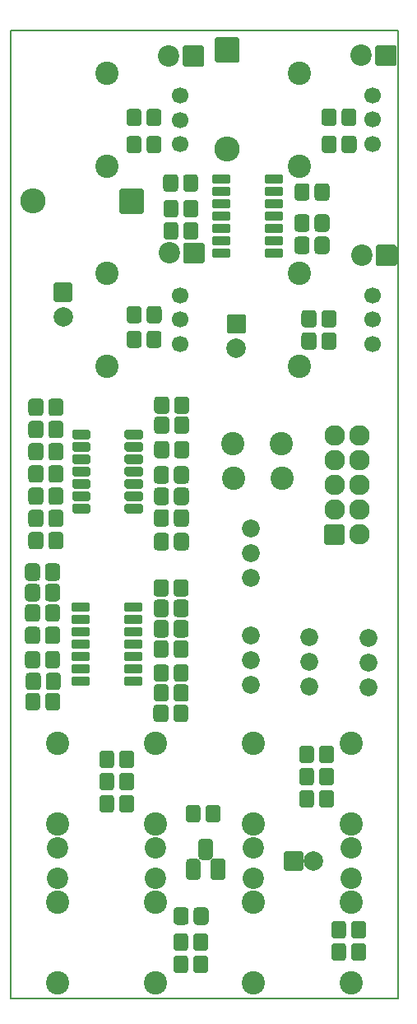
<source format=gbr>
G04 #@! TF.GenerationSoftware,KiCad,Pcbnew,(5.1.9)-1*
G04 #@! TF.CreationDate,2021-03-20T12:47:07+00:00*
G04 #@! TF.ProjectId,board v2,626f6172-6420-4763-922e-6b696361645f,rev?*
G04 #@! TF.SameCoordinates,Original*
G04 #@! TF.FileFunction,Soldermask,Bot*
G04 #@! TF.FilePolarity,Negative*
%FSLAX46Y46*%
G04 Gerber Fmt 4.6, Leading zero omitted, Abs format (unit mm)*
G04 Created by KiCad (PCBNEW (5.1.9)-1) date 2021-03-20 12:47:07*
%MOMM*%
%LPD*%
G01*
G04 APERTURE LIST*
G04 #@! TA.AperFunction,Profile*
%ADD10C,0.150000*%
G04 #@! TD*
%ADD11C,2.200000*%
%ADD12O,2.600000X2.600000*%
%ADD13C,2.400000*%
%ADD14O,2.127200X2.127200*%
%ADD15C,1.700000*%
%ADD16C,1.840000*%
%ADD17C,2.000000*%
G04 APERTURE END LIST*
D10*
X57658000Y-12700000D02*
X17780000Y-12700000D01*
X57658000Y-112268000D02*
X57658000Y-12700000D01*
X17780000Y-112268000D02*
X57658000Y-112268000D01*
X17780000Y-12700000D02*
X17780000Y-112268000D01*
G04 #@! TO.C,U4*
G36*
G01*
X39866000Y-98052000D02*
X39866000Y-99852000D01*
G75*
G02*
X39666000Y-100052000I-200000J0D01*
G01*
X38566000Y-100052000D01*
G75*
G02*
X38366000Y-99852000I0J200000D01*
G01*
X38366000Y-98052000D01*
G75*
G02*
X38566000Y-97852000I200000J0D01*
G01*
X39666000Y-97852000D01*
G75*
G02*
X39866000Y-98052000I0J-200000D01*
G01*
G37*
G36*
G01*
X37326000Y-98227000D02*
X37326000Y-99677000D01*
G75*
G02*
X36951000Y-100052000I-375000J0D01*
G01*
X36201000Y-100052000D01*
G75*
G02*
X35826000Y-99677000I0J375000D01*
G01*
X35826000Y-98227000D01*
G75*
G02*
X36201000Y-97852000I375000J0D01*
G01*
X36951000Y-97852000D01*
G75*
G02*
X37326000Y-98227000I0J-375000D01*
G01*
G37*
G36*
G01*
X38596000Y-96157000D02*
X38596000Y-97607000D01*
G75*
G02*
X38221000Y-97982000I-375000J0D01*
G01*
X37471000Y-97982000D01*
G75*
G02*
X37096000Y-97607000I0J375000D01*
G01*
X37096000Y-96157000D01*
G75*
G02*
X37471000Y-95782000I375000J0D01*
G01*
X38221000Y-95782000D01*
G75*
G02*
X38596000Y-96157000I0J-375000D01*
G01*
G37*
G04 #@! TD*
G04 #@! TO.C,C1*
G36*
G01*
X34040000Y-69436955D02*
X34040000Y-70563045D01*
G75*
G02*
X33703045Y-70900000I-336955J0D01*
G01*
X32826955Y-70900000D01*
G75*
G02*
X32490000Y-70563045I0J336955D01*
G01*
X32490000Y-69436955D01*
G75*
G02*
X32826955Y-69100000I336955J0D01*
G01*
X33703045Y-69100000D01*
G75*
G02*
X34040000Y-69436955I0J-336955D01*
G01*
G37*
G36*
G01*
X36090000Y-69436955D02*
X36090000Y-70563045D01*
G75*
G02*
X35753045Y-70900000I-336955J0D01*
G01*
X34876955Y-70900000D01*
G75*
G02*
X34540000Y-70563045I0J336955D01*
G01*
X34540000Y-69436955D01*
G75*
G02*
X34876955Y-69100000I336955J0D01*
G01*
X35753045Y-69100000D01*
G75*
G02*
X36090000Y-69436955I0J-336955D01*
G01*
G37*
G04 #@! TD*
G04 #@! TO.C,C2*
G36*
G01*
X21310000Y-77943045D02*
X21310000Y-76816955D01*
G75*
G02*
X21646955Y-76480000I336955J0D01*
G01*
X22523045Y-76480000D01*
G75*
G02*
X22860000Y-76816955I0J-336955D01*
G01*
X22860000Y-77943045D01*
G75*
G02*
X22523045Y-78280000I-336955J0D01*
G01*
X21646955Y-78280000D01*
G75*
G02*
X21310000Y-77943045I0J336955D01*
G01*
G37*
G36*
G01*
X19260000Y-77943045D02*
X19260000Y-76816955D01*
G75*
G02*
X19596955Y-76480000I336955J0D01*
G01*
X20473045Y-76480000D01*
G75*
G02*
X20810000Y-76816955I0J-336955D01*
G01*
X20810000Y-77943045D01*
G75*
G02*
X20473045Y-78280000I-336955J0D01*
G01*
X19596955Y-78280000D01*
G75*
G02*
X19260000Y-77943045I0J336955D01*
G01*
G37*
G04 #@! TD*
G04 #@! TO.C,C3*
G36*
G01*
X34104000Y-50638955D02*
X34104000Y-51765045D01*
G75*
G02*
X33767045Y-52102000I-336955J0D01*
G01*
X32890955Y-52102000D01*
G75*
G02*
X32554000Y-51765045I0J336955D01*
G01*
X32554000Y-50638955D01*
G75*
G02*
X32890955Y-50302000I336955J0D01*
G01*
X33767045Y-50302000D01*
G75*
G02*
X34104000Y-50638955I0J-336955D01*
G01*
G37*
G36*
G01*
X36154000Y-50638955D02*
X36154000Y-51765045D01*
G75*
G02*
X35817045Y-52102000I-336955J0D01*
G01*
X34940955Y-52102000D01*
G75*
G02*
X34604000Y-51765045I0J336955D01*
G01*
X34604000Y-50638955D01*
G75*
G02*
X34940955Y-50302000I336955J0D01*
G01*
X35817045Y-50302000D01*
G75*
G02*
X36154000Y-50638955I0J-336955D01*
G01*
G37*
G04 #@! TD*
G04 #@! TO.C,C4*
G36*
G01*
X19600000Y-61123045D02*
X19600000Y-59996955D01*
G75*
G02*
X19936955Y-59660000I336955J0D01*
G01*
X20813045Y-59660000D01*
G75*
G02*
X21150000Y-59996955I0J-336955D01*
G01*
X21150000Y-61123045D01*
G75*
G02*
X20813045Y-61460000I-336955J0D01*
G01*
X19936955Y-61460000D01*
G75*
G02*
X19600000Y-61123045I0J336955D01*
G01*
G37*
G36*
G01*
X21650000Y-61123045D02*
X21650000Y-59996955D01*
G75*
G02*
X21986955Y-59660000I336955J0D01*
G01*
X22863045Y-59660000D01*
G75*
G02*
X23200000Y-59996955I0J-336955D01*
G01*
X23200000Y-61123045D01*
G75*
G02*
X22863045Y-61460000I-336955J0D01*
G01*
X21986955Y-61460000D01*
G75*
G02*
X21650000Y-61123045I0J336955D01*
G01*
G37*
G04 #@! TD*
G04 #@! TO.C,C5*
G36*
G01*
X34050000Y-78186955D02*
X34050000Y-79313045D01*
G75*
G02*
X33713045Y-79650000I-336955J0D01*
G01*
X32836955Y-79650000D01*
G75*
G02*
X32500000Y-79313045I0J336955D01*
G01*
X32500000Y-78186955D01*
G75*
G02*
X32836955Y-77850000I336955J0D01*
G01*
X33713045Y-77850000D01*
G75*
G02*
X34050000Y-78186955I0J-336955D01*
G01*
G37*
G36*
G01*
X36100000Y-78186955D02*
X36100000Y-79313045D01*
G75*
G02*
X35763045Y-79650000I-336955J0D01*
G01*
X34886955Y-79650000D01*
G75*
G02*
X34550000Y-79313045I0J336955D01*
G01*
X34550000Y-78186955D01*
G75*
G02*
X34886955Y-77850000I336955J0D01*
G01*
X35763045Y-77850000D01*
G75*
G02*
X36100000Y-78186955I0J-336955D01*
G01*
G37*
G04 #@! TD*
G04 #@! TO.C,C6*
G36*
G01*
X21307000Y-73138045D02*
X21307000Y-72011955D01*
G75*
G02*
X21643955Y-71675000I336955J0D01*
G01*
X22520045Y-71675000D01*
G75*
G02*
X22857000Y-72011955I0J-336955D01*
G01*
X22857000Y-73138045D01*
G75*
G02*
X22520045Y-73475000I-336955J0D01*
G01*
X21643955Y-73475000D01*
G75*
G02*
X21307000Y-73138045I0J336955D01*
G01*
G37*
G36*
G01*
X19257000Y-73138045D02*
X19257000Y-72011955D01*
G75*
G02*
X19593955Y-71675000I336955J0D01*
G01*
X20470045Y-71675000D01*
G75*
G02*
X20807000Y-72011955I0J-336955D01*
G01*
X20807000Y-73138045D01*
G75*
G02*
X20470045Y-73475000I-336955J0D01*
G01*
X19593955Y-73475000D01*
G75*
G02*
X19257000Y-73138045I0J336955D01*
G01*
G37*
G04 #@! TD*
G04 #@! TO.C,C7*
G36*
G01*
X36129000Y-60011955D02*
X36129000Y-61138045D01*
G75*
G02*
X35792045Y-61475000I-336955J0D01*
G01*
X34915955Y-61475000D01*
G75*
G02*
X34579000Y-61138045I0J336955D01*
G01*
X34579000Y-60011955D01*
G75*
G02*
X34915955Y-59675000I336955J0D01*
G01*
X35792045Y-59675000D01*
G75*
G02*
X36129000Y-60011955I0J-336955D01*
G01*
G37*
G36*
G01*
X34079000Y-60011955D02*
X34079000Y-61138045D01*
G75*
G02*
X33742045Y-61475000I-336955J0D01*
G01*
X32865955Y-61475000D01*
G75*
G02*
X32529000Y-61138045I0J336955D01*
G01*
X32529000Y-60011955D01*
G75*
G02*
X32865955Y-59675000I336955J0D01*
G01*
X33742045Y-59675000D01*
G75*
G02*
X34079000Y-60011955I0J-336955D01*
G01*
G37*
G04 #@! TD*
G04 #@! TO.C,C8*
G36*
G01*
X19600000Y-56551045D02*
X19600000Y-55424955D01*
G75*
G02*
X19936955Y-55088000I336955J0D01*
G01*
X20813045Y-55088000D01*
G75*
G02*
X21150000Y-55424955I0J-336955D01*
G01*
X21150000Y-56551045D01*
G75*
G02*
X20813045Y-56888000I-336955J0D01*
G01*
X19936955Y-56888000D01*
G75*
G02*
X19600000Y-56551045I0J336955D01*
G01*
G37*
G36*
G01*
X21650000Y-56551045D02*
X21650000Y-55424955D01*
G75*
G02*
X21986955Y-55088000I336955J0D01*
G01*
X22863045Y-55088000D01*
G75*
G02*
X23200000Y-55424955I0J-336955D01*
G01*
X23200000Y-56551045D01*
G75*
G02*
X22863045Y-56888000I-336955J0D01*
G01*
X21986955Y-56888000D01*
G75*
G02*
X21650000Y-56551045I0J336955D01*
G01*
G37*
G04 #@! TD*
G04 #@! TO.C,C9*
G36*
G01*
X35556000Y-31551045D02*
X35556000Y-30424955D01*
G75*
G02*
X35892955Y-30088000I336955J0D01*
G01*
X36769045Y-30088000D01*
G75*
G02*
X37106000Y-30424955I0J-336955D01*
G01*
X37106000Y-31551045D01*
G75*
G02*
X36769045Y-31888000I-336955J0D01*
G01*
X35892955Y-31888000D01*
G75*
G02*
X35556000Y-31551045I0J336955D01*
G01*
G37*
G36*
G01*
X33506000Y-31551045D02*
X33506000Y-30424955D01*
G75*
G02*
X33842955Y-30088000I336955J0D01*
G01*
X34719045Y-30088000D01*
G75*
G02*
X35056000Y-30424955I0J-336955D01*
G01*
X35056000Y-31551045D01*
G75*
G02*
X34719045Y-31888000I-336955J0D01*
G01*
X33842955Y-31888000D01*
G75*
G02*
X33506000Y-31551045I0J336955D01*
G01*
G37*
G04 #@! TD*
G04 #@! TO.C,C10*
G36*
G01*
X46993000Y-33038045D02*
X46993000Y-31911955D01*
G75*
G02*
X47329955Y-31575000I336955J0D01*
G01*
X48206045Y-31575000D01*
G75*
G02*
X48543000Y-31911955I0J-336955D01*
G01*
X48543000Y-33038045D01*
G75*
G02*
X48206045Y-33375000I-336955J0D01*
G01*
X47329955Y-33375000D01*
G75*
G02*
X46993000Y-33038045I0J336955D01*
G01*
G37*
G36*
G01*
X49043000Y-33038045D02*
X49043000Y-31911955D01*
G75*
G02*
X49379955Y-31575000I336955J0D01*
G01*
X50256045Y-31575000D01*
G75*
G02*
X50593000Y-31911955I0J-336955D01*
G01*
X50593000Y-33038045D01*
G75*
G02*
X50256045Y-33375000I-336955J0D01*
G01*
X49379955Y-33375000D01*
G75*
G02*
X49043000Y-33038045I0J336955D01*
G01*
G37*
G04 #@! TD*
G04 #@! TO.C,C11*
G36*
G01*
X21307000Y-75438045D02*
X21307000Y-74311955D01*
G75*
G02*
X21643955Y-73975000I336955J0D01*
G01*
X22520045Y-73975000D01*
G75*
G02*
X22857000Y-74311955I0J-336955D01*
G01*
X22857000Y-75438045D01*
G75*
G02*
X22520045Y-75775000I-336955J0D01*
G01*
X21643955Y-75775000D01*
G75*
G02*
X21307000Y-75438045I0J336955D01*
G01*
G37*
G36*
G01*
X19257000Y-75438045D02*
X19257000Y-74311955D01*
G75*
G02*
X19593955Y-73975000I336955J0D01*
G01*
X20470045Y-73975000D01*
G75*
G02*
X20807000Y-74311955I0J-336955D01*
G01*
X20807000Y-75438045D01*
G75*
G02*
X20470045Y-75775000I-336955J0D01*
G01*
X19593955Y-75775000D01*
G75*
G02*
X19257000Y-75438045I0J336955D01*
G01*
G37*
G04 #@! TD*
G04 #@! TO.C,C12*
G36*
G01*
X32499000Y-74763045D02*
X32499000Y-73636955D01*
G75*
G02*
X32835955Y-73300000I336955J0D01*
G01*
X33712045Y-73300000D01*
G75*
G02*
X34049000Y-73636955I0J-336955D01*
G01*
X34049000Y-74763045D01*
G75*
G02*
X33712045Y-75100000I-336955J0D01*
G01*
X32835955Y-75100000D01*
G75*
G02*
X32499000Y-74763045I0J336955D01*
G01*
G37*
G36*
G01*
X34549000Y-74763045D02*
X34549000Y-73636955D01*
G75*
G02*
X34885955Y-73300000I336955J0D01*
G01*
X35762045Y-73300000D01*
G75*
G02*
X36099000Y-73636955I0J-336955D01*
G01*
X36099000Y-74763045D01*
G75*
G02*
X35762045Y-75100000I-336955J0D01*
G01*
X34885955Y-75100000D01*
G75*
G02*
X34549000Y-74763045I0J336955D01*
G01*
G37*
G04 #@! TD*
G04 #@! TO.C,C14*
G36*
G01*
X21650000Y-58837045D02*
X21650000Y-57710955D01*
G75*
G02*
X21986955Y-57374000I336955J0D01*
G01*
X22863045Y-57374000D01*
G75*
G02*
X23200000Y-57710955I0J-336955D01*
G01*
X23200000Y-58837045D01*
G75*
G02*
X22863045Y-59174000I-336955J0D01*
G01*
X21986955Y-59174000D01*
G75*
G02*
X21650000Y-58837045I0J336955D01*
G01*
G37*
G36*
G01*
X19600000Y-58837045D02*
X19600000Y-57710955D01*
G75*
G02*
X19936955Y-57374000I336955J0D01*
G01*
X20813045Y-57374000D01*
G75*
G02*
X21150000Y-57710955I0J-336955D01*
G01*
X21150000Y-58837045D01*
G75*
G02*
X20813045Y-59174000I-336955J0D01*
G01*
X19936955Y-59174000D01*
G75*
G02*
X19600000Y-58837045I0J336955D01*
G01*
G37*
G04 #@! TD*
G04 #@! TO.C,C15*
G36*
G01*
X32554000Y-56337045D02*
X32554000Y-55210955D01*
G75*
G02*
X32890955Y-54874000I336955J0D01*
G01*
X33767045Y-54874000D01*
G75*
G02*
X34104000Y-55210955I0J-336955D01*
G01*
X34104000Y-56337045D01*
G75*
G02*
X33767045Y-56674000I-336955J0D01*
G01*
X32890955Y-56674000D01*
G75*
G02*
X32554000Y-56337045I0J336955D01*
G01*
G37*
G36*
G01*
X34604000Y-56337045D02*
X34604000Y-55210955D01*
G75*
G02*
X34940955Y-54874000I336955J0D01*
G01*
X35817045Y-54874000D01*
G75*
G02*
X36154000Y-55210955I0J-336955D01*
G01*
X36154000Y-56337045D01*
G75*
G02*
X35817045Y-56674000I-336955J0D01*
G01*
X34940955Y-56674000D01*
G75*
G02*
X34604000Y-56337045I0J336955D01*
G01*
G37*
G04 #@! TD*
G04 #@! TO.C,C16*
G36*
G01*
X35792000Y-93781045D02*
X35792000Y-92654955D01*
G75*
G02*
X36128955Y-92318000I336955J0D01*
G01*
X37005045Y-92318000D01*
G75*
G02*
X37342000Y-92654955I0J-336955D01*
G01*
X37342000Y-93781045D01*
G75*
G02*
X37005045Y-94118000I-336955J0D01*
G01*
X36128955Y-94118000D01*
G75*
G02*
X35792000Y-93781045I0J336955D01*
G01*
G37*
G36*
G01*
X37842000Y-93781045D02*
X37842000Y-92654955D01*
G75*
G02*
X38178955Y-92318000I336955J0D01*
G01*
X39055045Y-92318000D01*
G75*
G02*
X39392000Y-92654955I0J-336955D01*
G01*
X39392000Y-93781045D01*
G75*
G02*
X39055045Y-94118000I-336955J0D01*
G01*
X38178955Y-94118000D01*
G75*
G02*
X37842000Y-93781045I0J336955D01*
G01*
G37*
G04 #@! TD*
G04 #@! TO.C,D1*
G36*
G01*
X37700000Y-14400000D02*
X37700000Y-16200000D01*
G75*
G02*
X37500000Y-16400000I-200000J0D01*
G01*
X35700000Y-16400000D01*
G75*
G02*
X35500000Y-16200000I0J200000D01*
G01*
X35500000Y-14400000D01*
G75*
G02*
X35700000Y-14200000I200000J0D01*
G01*
X37500000Y-14200000D01*
G75*
G02*
X37700000Y-14400000I0J-200000D01*
G01*
G37*
D11*
X34060000Y-15300000D03*
G04 #@! TD*
G04 #@! TO.C,D2*
X34090000Y-35560000D03*
G36*
G01*
X37730000Y-34660000D02*
X37730000Y-36460000D01*
G75*
G02*
X37530000Y-36660000I-200000J0D01*
G01*
X35730000Y-36660000D01*
G75*
G02*
X35530000Y-36460000I0J200000D01*
G01*
X35530000Y-34660000D01*
G75*
G02*
X35730000Y-34460000I200000J0D01*
G01*
X37530000Y-34460000D01*
G75*
G02*
X37730000Y-34660000I0J-200000D01*
G01*
G37*
G04 #@! TD*
G04 #@! TO.C,D3*
X53900000Y-35810000D03*
G36*
G01*
X57540000Y-34910000D02*
X57540000Y-36710000D01*
G75*
G02*
X57340000Y-36910000I-200000J0D01*
G01*
X55540000Y-36910000D01*
G75*
G02*
X55340000Y-36710000I0J200000D01*
G01*
X55340000Y-34910000D01*
G75*
G02*
X55540000Y-34710000I200000J0D01*
G01*
X57340000Y-34710000D01*
G75*
G02*
X57540000Y-34910000I0J-200000D01*
G01*
G37*
G04 #@! TD*
G04 #@! TO.C,D4*
X53880000Y-15240000D03*
G36*
G01*
X57520000Y-14340000D02*
X57520000Y-16140000D01*
G75*
G02*
X57320000Y-16340000I-200000J0D01*
G01*
X55520000Y-16340000D01*
G75*
G02*
X55320000Y-16140000I0J200000D01*
G01*
X55320000Y-14340000D01*
G75*
G02*
X55520000Y-14140000I200000J0D01*
G01*
X57320000Y-14140000D01*
G75*
G02*
X57520000Y-14340000I0J-200000D01*
G01*
G37*
G04 #@! TD*
D12*
G04 #@! TO.C,D5*
X20066000Y-30226000D03*
G36*
G01*
X31526000Y-29126000D02*
X31526000Y-31326000D01*
G75*
G02*
X31326000Y-31526000I-200000J0D01*
G01*
X29126000Y-31526000D01*
G75*
G02*
X28926000Y-31326000I0J200000D01*
G01*
X28926000Y-29126000D01*
G75*
G02*
X29126000Y-28926000I200000J0D01*
G01*
X31326000Y-28926000D01*
G75*
G02*
X31526000Y-29126000I0J-200000D01*
G01*
G37*
G04 #@! TD*
G04 #@! TO.C,D6*
G36*
G01*
X38960000Y-13350000D02*
X41160000Y-13350000D01*
G75*
G02*
X41360000Y-13550000I0J-200000D01*
G01*
X41360000Y-15750000D01*
G75*
G02*
X41160000Y-15950000I-200000J0D01*
G01*
X38960000Y-15950000D01*
G75*
G02*
X38760000Y-15750000I0J200000D01*
G01*
X38760000Y-13550000D01*
G75*
G02*
X38960000Y-13350000I200000J0D01*
G01*
G37*
X40060000Y-24810000D03*
G04 #@! TD*
D13*
G04 #@! TO.C,F1*
X45600000Y-55200000D03*
X40600000Y-55200000D03*
G04 #@! TD*
G04 #@! TO.C,F2*
X45700000Y-58700000D03*
X40700000Y-58700000D03*
G04 #@! TD*
G04 #@! TO.C,J1*
X42756666Y-86012000D03*
D11*
X42756666Y-96732000D03*
D13*
X42756666Y-94312000D03*
G04 #@! TD*
G04 #@! TO.C,J2*
X22606000Y-94312000D03*
D11*
X22606000Y-96732000D03*
D13*
X22606000Y-86012000D03*
G04 #@! TD*
G04 #@! TO.C,J3*
X22606000Y-110584000D03*
D11*
X22606000Y-99864000D03*
D13*
X22606000Y-102284000D03*
G04 #@! TD*
G04 #@! TO.C,J4*
X42756666Y-102284000D03*
D11*
X42756666Y-99864000D03*
D13*
X42756666Y-110584000D03*
G04 #@! TD*
G04 #@! TO.C,J5*
X32681333Y-94312000D03*
D11*
X32681333Y-96732000D03*
D13*
X32681333Y-86012000D03*
G04 #@! TD*
G04 #@! TO.C,J6*
X52832000Y-86012000D03*
D11*
X52832000Y-96732000D03*
D13*
X52832000Y-94312000D03*
G04 #@! TD*
G04 #@! TO.C,J7*
X32681333Y-102284000D03*
D11*
X32681333Y-99864000D03*
D13*
X32681333Y-110584000D03*
G04 #@! TD*
G04 #@! TO.C,J8*
X52832000Y-110584000D03*
D11*
X52832000Y-99864000D03*
D13*
X52832000Y-102284000D03*
G04 #@! TD*
G04 #@! TO.C,J9*
G36*
G01*
X50036400Y-65363600D02*
X50036400Y-63636400D01*
G75*
G02*
X50236400Y-63436400I200000J0D01*
G01*
X51963600Y-63436400D01*
G75*
G02*
X52163600Y-63636400I0J-200000D01*
G01*
X52163600Y-65363600D01*
G75*
G02*
X51963600Y-65563600I-200000J0D01*
G01*
X50236400Y-65563600D01*
G75*
G02*
X50036400Y-65363600I0J200000D01*
G01*
G37*
D14*
X53640000Y-64500000D03*
X51100000Y-61960000D03*
X53640000Y-61960000D03*
X51100000Y-59420000D03*
X53640000Y-59420000D03*
X51100000Y-56880000D03*
X53640000Y-56880000D03*
X51100000Y-54340000D03*
X53640000Y-54340000D03*
G04 #@! TD*
G04 #@! TO.C,R1*
G36*
G01*
X35025000Y-27786955D02*
X35025000Y-28913045D01*
G75*
G02*
X34688045Y-29250000I-336955J0D01*
G01*
X33811955Y-29250000D01*
G75*
G02*
X33475000Y-28913045I0J336955D01*
G01*
X33475000Y-27786955D01*
G75*
G02*
X33811955Y-27450000I336955J0D01*
G01*
X34688045Y-27450000D01*
G75*
G02*
X35025000Y-27786955I0J-336955D01*
G01*
G37*
G36*
G01*
X37075000Y-27786955D02*
X37075000Y-28913045D01*
G75*
G02*
X36738045Y-29250000I-336955J0D01*
G01*
X35861955Y-29250000D01*
G75*
G02*
X35525000Y-28913045I0J336955D01*
G01*
X35525000Y-27786955D01*
G75*
G02*
X35861955Y-27450000I336955J0D01*
G01*
X36738045Y-27450000D01*
G75*
G02*
X37075000Y-27786955I0J-336955D01*
G01*
G37*
G04 #@! TD*
G04 #@! TO.C,R2*
G36*
G01*
X28952000Y-88193045D02*
X28952000Y-87066955D01*
G75*
G02*
X29288955Y-86730000I336955J0D01*
G01*
X30165045Y-86730000D01*
G75*
G02*
X30502000Y-87066955I0J-336955D01*
G01*
X30502000Y-88193045D01*
G75*
G02*
X30165045Y-88530000I-336955J0D01*
G01*
X29288955Y-88530000D01*
G75*
G02*
X28952000Y-88193045I0J336955D01*
G01*
G37*
G36*
G01*
X26902000Y-88193045D02*
X26902000Y-87066955D01*
G75*
G02*
X27238955Y-86730000I336955J0D01*
G01*
X28115045Y-86730000D01*
G75*
G02*
X28452000Y-87066955I0J-336955D01*
G01*
X28452000Y-88193045D01*
G75*
G02*
X28115045Y-88530000I-336955J0D01*
G01*
X27238955Y-88530000D01*
G75*
G02*
X26902000Y-88193045I0J336955D01*
G01*
G37*
G04 #@! TD*
G04 #@! TO.C,R3*
G36*
G01*
X35056000Y-32710955D02*
X35056000Y-33837045D01*
G75*
G02*
X34719045Y-34174000I-336955J0D01*
G01*
X33842955Y-34174000D01*
G75*
G02*
X33506000Y-33837045I0J336955D01*
G01*
X33506000Y-32710955D01*
G75*
G02*
X33842955Y-32374000I336955J0D01*
G01*
X34719045Y-32374000D01*
G75*
G02*
X35056000Y-32710955I0J-336955D01*
G01*
G37*
G36*
G01*
X37106000Y-32710955D02*
X37106000Y-33837045D01*
G75*
G02*
X36769045Y-34174000I-336955J0D01*
G01*
X35892955Y-34174000D01*
G75*
G02*
X35556000Y-33837045I0J336955D01*
G01*
X35556000Y-32710955D01*
G75*
G02*
X35892955Y-32374000I336955J0D01*
G01*
X36769045Y-32374000D01*
G75*
G02*
X37106000Y-32710955I0J-336955D01*
G01*
G37*
G04 #@! TD*
G04 #@! TO.C,R4*
G36*
G01*
X36572000Y-109275045D02*
X36572000Y-108148955D01*
G75*
G02*
X36908955Y-107812000I336955J0D01*
G01*
X37785045Y-107812000D01*
G75*
G02*
X38122000Y-108148955I0J-336955D01*
G01*
X38122000Y-109275045D01*
G75*
G02*
X37785045Y-109612000I-336955J0D01*
G01*
X36908955Y-109612000D01*
G75*
G02*
X36572000Y-109275045I0J336955D01*
G01*
G37*
G36*
G01*
X34522000Y-109275045D02*
X34522000Y-108148955D01*
G75*
G02*
X34858955Y-107812000I336955J0D01*
G01*
X35735045Y-107812000D01*
G75*
G02*
X36072000Y-108148955I0J-336955D01*
G01*
X36072000Y-109275045D01*
G75*
G02*
X35735045Y-109612000I-336955J0D01*
G01*
X34858955Y-109612000D01*
G75*
G02*
X34522000Y-109275045I0J336955D01*
G01*
G37*
G04 #@! TD*
G04 #@! TO.C,R5*
G36*
G01*
X29703832Y-24961422D02*
X29703832Y-23835332D01*
G75*
G02*
X30040787Y-23498377I336955J0D01*
G01*
X30916877Y-23498377D01*
G75*
G02*
X31253832Y-23835332I0J-336955D01*
G01*
X31253832Y-24961422D01*
G75*
G02*
X30916877Y-25298377I-336955J0D01*
G01*
X30040787Y-25298377D01*
G75*
G02*
X29703832Y-24961422I0J336955D01*
G01*
G37*
G36*
G01*
X31753832Y-24961422D02*
X31753832Y-23835332D01*
G75*
G02*
X32090787Y-23498377I336955J0D01*
G01*
X32966877Y-23498377D01*
G75*
G02*
X33303832Y-23835332I0J-336955D01*
G01*
X33303832Y-24961422D01*
G75*
G02*
X32966877Y-25298377I-336955J0D01*
G01*
X32090787Y-25298377D01*
G75*
G02*
X31753832Y-24961422I0J336955D01*
G01*
G37*
G04 #@! TD*
G04 #@! TO.C,R6*
G36*
G01*
X51834223Y-24940364D02*
X51834223Y-23814274D01*
G75*
G02*
X52171178Y-23477319I336955J0D01*
G01*
X53047268Y-23477319D01*
G75*
G02*
X53384223Y-23814274I0J-336955D01*
G01*
X53384223Y-24940364D01*
G75*
G02*
X53047268Y-25277319I-336955J0D01*
G01*
X52171178Y-25277319D01*
G75*
G02*
X51834223Y-24940364I0J336955D01*
G01*
G37*
G36*
G01*
X49784223Y-24940364D02*
X49784223Y-23814274D01*
G75*
G02*
X50121178Y-23477319I336955J0D01*
G01*
X50997268Y-23477319D01*
G75*
G02*
X51334223Y-23814274I0J-336955D01*
G01*
X51334223Y-24940364D01*
G75*
G02*
X50997268Y-25277319I-336955J0D01*
G01*
X50121178Y-25277319D01*
G75*
G02*
X49784223Y-24940364I0J336955D01*
G01*
G37*
G04 #@! TD*
G04 #@! TO.C,R7*
G36*
G01*
X28952000Y-92765045D02*
X28952000Y-91638955D01*
G75*
G02*
X29288955Y-91302000I336955J0D01*
G01*
X30165045Y-91302000D01*
G75*
G02*
X30502000Y-91638955I0J-336955D01*
G01*
X30502000Y-92765045D01*
G75*
G02*
X30165045Y-93102000I-336955J0D01*
G01*
X29288955Y-93102000D01*
G75*
G02*
X28952000Y-92765045I0J336955D01*
G01*
G37*
G36*
G01*
X26902000Y-92765045D02*
X26902000Y-91638955D01*
G75*
G02*
X27238955Y-91302000I336955J0D01*
G01*
X28115045Y-91302000D01*
G75*
G02*
X28452000Y-91638955I0J-336955D01*
G01*
X28452000Y-92765045D01*
G75*
G02*
X28115045Y-93102000I-336955J0D01*
G01*
X27238955Y-93102000D01*
G75*
G02*
X26902000Y-92765045I0J336955D01*
G01*
G37*
G04 #@! TD*
G04 #@! TO.C,R8*
G36*
G01*
X31760078Y-44994749D02*
X31760078Y-43868659D01*
G75*
G02*
X32097033Y-43531704I336955J0D01*
G01*
X32973123Y-43531704D01*
G75*
G02*
X33310078Y-43868659I0J-336955D01*
G01*
X33310078Y-44994749D01*
G75*
G02*
X32973123Y-45331704I-336955J0D01*
G01*
X32097033Y-45331704D01*
G75*
G02*
X31760078Y-44994749I0J336955D01*
G01*
G37*
G36*
G01*
X29710078Y-44994749D02*
X29710078Y-43868659D01*
G75*
G02*
X30047033Y-43531704I336955J0D01*
G01*
X30923123Y-43531704D01*
G75*
G02*
X31260078Y-43868659I0J-336955D01*
G01*
X31260078Y-44994749D01*
G75*
G02*
X30923123Y-45331704I-336955J0D01*
G01*
X30047033Y-45331704D01*
G75*
G02*
X29710078Y-44994749I0J336955D01*
G01*
G37*
G04 #@! TD*
G04 #@! TO.C,R9*
G36*
G01*
X47476000Y-92257045D02*
X47476000Y-91130955D01*
G75*
G02*
X47812955Y-90794000I336955J0D01*
G01*
X48689045Y-90794000D01*
G75*
G02*
X49026000Y-91130955I0J-336955D01*
G01*
X49026000Y-92257045D01*
G75*
G02*
X48689045Y-92594000I-336955J0D01*
G01*
X47812955Y-92594000D01*
G75*
G02*
X47476000Y-92257045I0J336955D01*
G01*
G37*
G36*
G01*
X49526000Y-92257045D02*
X49526000Y-91130955D01*
G75*
G02*
X49862955Y-90794000I336955J0D01*
G01*
X50739045Y-90794000D01*
G75*
G02*
X51076000Y-91130955I0J-336955D01*
G01*
X51076000Y-92257045D01*
G75*
G02*
X50739045Y-92594000I-336955J0D01*
G01*
X49862955Y-92594000D01*
G75*
G02*
X49526000Y-92257045I0J336955D01*
G01*
G37*
G04 #@! TD*
G04 #@! TO.C,R10*
G36*
G01*
X49761000Y-45160045D02*
X49761000Y-44033955D01*
G75*
G02*
X50097955Y-43697000I336955J0D01*
G01*
X50974045Y-43697000D01*
G75*
G02*
X51311000Y-44033955I0J-336955D01*
G01*
X51311000Y-45160045D01*
G75*
G02*
X50974045Y-45497000I-336955J0D01*
G01*
X50097955Y-45497000D01*
G75*
G02*
X49761000Y-45160045I0J336955D01*
G01*
G37*
G36*
G01*
X47711000Y-45160045D02*
X47711000Y-44033955D01*
G75*
G02*
X48047955Y-43697000I336955J0D01*
G01*
X48924045Y-43697000D01*
G75*
G02*
X49261000Y-44033955I0J-336955D01*
G01*
X49261000Y-45160045D01*
G75*
G02*
X48924045Y-45497000I-336955J0D01*
G01*
X48047955Y-45497000D01*
G75*
G02*
X47711000Y-45160045I0J336955D01*
G01*
G37*
G04 #@! TD*
G04 #@! TO.C,R11*
G36*
G01*
X38150000Y-103186955D02*
X38150000Y-104313045D01*
G75*
G02*
X37813045Y-104650000I-336955J0D01*
G01*
X36936955Y-104650000D01*
G75*
G02*
X36600000Y-104313045I0J336955D01*
G01*
X36600000Y-103186955D01*
G75*
G02*
X36936955Y-102850000I336955J0D01*
G01*
X37813045Y-102850000D01*
G75*
G02*
X38150000Y-103186955I0J-336955D01*
G01*
G37*
G36*
G01*
X36100000Y-103186955D02*
X36100000Y-104313045D01*
G75*
G02*
X35763045Y-104650000I-336955J0D01*
G01*
X34886955Y-104650000D01*
G75*
G02*
X34550000Y-104313045I0J336955D01*
G01*
X34550000Y-103186955D01*
G75*
G02*
X34886955Y-102850000I336955J0D01*
G01*
X35763045Y-102850000D01*
G75*
G02*
X36100000Y-103186955I0J-336955D01*
G01*
G37*
G04 #@! TD*
G04 #@! TO.C,R12*
G36*
G01*
X30502000Y-89352955D02*
X30502000Y-90479045D01*
G75*
G02*
X30165045Y-90816000I-336955J0D01*
G01*
X29288955Y-90816000D01*
G75*
G02*
X28952000Y-90479045I0J336955D01*
G01*
X28952000Y-89352955D01*
G75*
G02*
X29288955Y-89016000I336955J0D01*
G01*
X30165045Y-89016000D01*
G75*
G02*
X30502000Y-89352955I0J-336955D01*
G01*
G37*
G36*
G01*
X28452000Y-89352955D02*
X28452000Y-90479045D01*
G75*
G02*
X28115045Y-90816000I-336955J0D01*
G01*
X27238955Y-90816000D01*
G75*
G02*
X26902000Y-90479045I0J336955D01*
G01*
X26902000Y-89352955D01*
G75*
G02*
X27238955Y-89016000I336955J0D01*
G01*
X28115045Y-89016000D01*
G75*
G02*
X28452000Y-89352955I0J-336955D01*
G01*
G37*
G04 #@! TD*
G04 #@! TO.C,R13*
G36*
G01*
X38122000Y-105862955D02*
X38122000Y-106989045D01*
G75*
G02*
X37785045Y-107326000I-336955J0D01*
G01*
X36908955Y-107326000D01*
G75*
G02*
X36572000Y-106989045I0J336955D01*
G01*
X36572000Y-105862955D01*
G75*
G02*
X36908955Y-105526000I336955J0D01*
G01*
X37785045Y-105526000D01*
G75*
G02*
X38122000Y-105862955I0J-336955D01*
G01*
G37*
G36*
G01*
X36072000Y-105862955D02*
X36072000Y-106989045D01*
G75*
G02*
X35735045Y-107326000I-336955J0D01*
G01*
X34858955Y-107326000D01*
G75*
G02*
X34522000Y-106989045I0J336955D01*
G01*
X34522000Y-105862955D01*
G75*
G02*
X34858955Y-105526000I336955J0D01*
G01*
X35735045Y-105526000D01*
G75*
G02*
X36072000Y-105862955I0J-336955D01*
G01*
G37*
G04 #@! TD*
G04 #@! TO.C,R14*
G36*
G01*
X36100000Y-71536955D02*
X36100000Y-72663045D01*
G75*
G02*
X35763045Y-73000000I-336955J0D01*
G01*
X34886955Y-73000000D01*
G75*
G02*
X34550000Y-72663045I0J336955D01*
G01*
X34550000Y-71536955D01*
G75*
G02*
X34886955Y-71200000I336955J0D01*
G01*
X35763045Y-71200000D01*
G75*
G02*
X36100000Y-71536955I0J-336955D01*
G01*
G37*
G36*
G01*
X34050000Y-71536955D02*
X34050000Y-72663045D01*
G75*
G02*
X33713045Y-73000000I-336955J0D01*
G01*
X32836955Y-73000000D01*
G75*
G02*
X32500000Y-72663045I0J336955D01*
G01*
X32500000Y-71536955D01*
G75*
G02*
X32836955Y-71200000I336955J0D01*
G01*
X33713045Y-71200000D01*
G75*
G02*
X34050000Y-71536955I0J-336955D01*
G01*
G37*
G04 #@! TD*
G04 #@! TO.C,R15*
G36*
G01*
X19340000Y-80173045D02*
X19340000Y-79046955D01*
G75*
G02*
X19676955Y-78710000I336955J0D01*
G01*
X20553045Y-78710000D01*
G75*
G02*
X20890000Y-79046955I0J-336955D01*
G01*
X20890000Y-80173045D01*
G75*
G02*
X20553045Y-80510000I-336955J0D01*
G01*
X19676955Y-80510000D01*
G75*
G02*
X19340000Y-80173045I0J336955D01*
G01*
G37*
G36*
G01*
X21390000Y-80173045D02*
X21390000Y-79046955D01*
G75*
G02*
X21726955Y-78710000I336955J0D01*
G01*
X22603045Y-78710000D01*
G75*
G02*
X22940000Y-79046955I0J-336955D01*
G01*
X22940000Y-80173045D01*
G75*
G02*
X22603045Y-80510000I-336955J0D01*
G01*
X21726955Y-80510000D01*
G75*
G02*
X21390000Y-80173045I0J336955D01*
G01*
G37*
G04 #@! TD*
G04 #@! TO.C,R16*
G36*
G01*
X34100000Y-52686955D02*
X34100000Y-53813045D01*
G75*
G02*
X33763045Y-54150000I-336955J0D01*
G01*
X32886955Y-54150000D01*
G75*
G02*
X32550000Y-53813045I0J336955D01*
G01*
X32550000Y-52686955D01*
G75*
G02*
X32886955Y-52350000I336955J0D01*
G01*
X33763045Y-52350000D01*
G75*
G02*
X34100000Y-52686955I0J-336955D01*
G01*
G37*
G36*
G01*
X36150000Y-52686955D02*
X36150000Y-53813045D01*
G75*
G02*
X35813045Y-54150000I-336955J0D01*
G01*
X34936955Y-54150000D01*
G75*
G02*
X34600000Y-53813045I0J336955D01*
G01*
X34600000Y-52686955D01*
G75*
G02*
X34936955Y-52350000I336955J0D01*
G01*
X35813045Y-52350000D01*
G75*
G02*
X36150000Y-52686955I0J-336955D01*
G01*
G37*
G04 #@! TD*
G04 #@! TO.C,R17*
G36*
G01*
X19600000Y-63409045D02*
X19600000Y-62282955D01*
G75*
G02*
X19936955Y-61946000I336955J0D01*
G01*
X20813045Y-61946000D01*
G75*
G02*
X21150000Y-62282955I0J-336955D01*
G01*
X21150000Y-63409045D01*
G75*
G02*
X20813045Y-63746000I-336955J0D01*
G01*
X19936955Y-63746000D01*
G75*
G02*
X19600000Y-63409045I0J336955D01*
G01*
G37*
G36*
G01*
X21650000Y-63409045D02*
X21650000Y-62282955D01*
G75*
G02*
X21986955Y-61946000I336955J0D01*
G01*
X22863045Y-61946000D01*
G75*
G02*
X23200000Y-62282955I0J-336955D01*
G01*
X23200000Y-63409045D01*
G75*
G02*
X22863045Y-63746000I-336955J0D01*
G01*
X21986955Y-63746000D01*
G75*
G02*
X21650000Y-63409045I0J336955D01*
G01*
G37*
G04 #@! TD*
G04 #@! TO.C,R18*
G36*
G01*
X46993000Y-35324045D02*
X46993000Y-34197955D01*
G75*
G02*
X47329955Y-33861000I336955J0D01*
G01*
X48206045Y-33861000D01*
G75*
G02*
X48543000Y-34197955I0J-336955D01*
G01*
X48543000Y-35324045D01*
G75*
G02*
X48206045Y-35661000I-336955J0D01*
G01*
X47329955Y-35661000D01*
G75*
G02*
X46993000Y-35324045I0J336955D01*
G01*
G37*
G36*
G01*
X49043000Y-35324045D02*
X49043000Y-34197955D01*
G75*
G02*
X49379955Y-33861000I336955J0D01*
G01*
X50256045Y-33861000D01*
G75*
G02*
X50593000Y-34197955I0J-336955D01*
G01*
X50593000Y-35324045D01*
G75*
G02*
X50256045Y-35661000I-336955J0D01*
G01*
X49379955Y-35661000D01*
G75*
G02*
X49043000Y-35324045I0J336955D01*
G01*
G37*
G04 #@! TD*
G04 #@! TO.C,R19*
G36*
G01*
X50778000Y-108005045D02*
X50778000Y-106878955D01*
G75*
G02*
X51114955Y-106542000I336955J0D01*
G01*
X51991045Y-106542000D01*
G75*
G02*
X52328000Y-106878955I0J-336955D01*
G01*
X52328000Y-108005045D01*
G75*
G02*
X51991045Y-108342000I-336955J0D01*
G01*
X51114955Y-108342000D01*
G75*
G02*
X50778000Y-108005045I0J336955D01*
G01*
G37*
G36*
G01*
X52828000Y-108005045D02*
X52828000Y-106878955D01*
G75*
G02*
X53164955Y-106542000I336955J0D01*
G01*
X54041045Y-106542000D01*
G75*
G02*
X54378000Y-106878955I0J-336955D01*
G01*
X54378000Y-108005045D01*
G75*
G02*
X54041045Y-108342000I-336955J0D01*
G01*
X53164955Y-108342000D01*
G75*
G02*
X52828000Y-108005045I0J336955D01*
G01*
G37*
G04 #@! TD*
G04 #@! TO.C,R20*
G36*
G01*
X47000000Y-29838045D02*
X47000000Y-28711955D01*
G75*
G02*
X47336955Y-28375000I336955J0D01*
G01*
X48213045Y-28375000D01*
G75*
G02*
X48550000Y-28711955I0J-336955D01*
G01*
X48550000Y-29838045D01*
G75*
G02*
X48213045Y-30175000I-336955J0D01*
G01*
X47336955Y-30175000D01*
G75*
G02*
X47000000Y-29838045I0J336955D01*
G01*
G37*
G36*
G01*
X49050000Y-29838045D02*
X49050000Y-28711955D01*
G75*
G02*
X49386955Y-28375000I336955J0D01*
G01*
X50263045Y-28375000D01*
G75*
G02*
X50600000Y-28711955I0J-336955D01*
G01*
X50600000Y-29838045D01*
G75*
G02*
X50263045Y-30175000I-336955J0D01*
G01*
X49386955Y-30175000D01*
G75*
G02*
X49050000Y-29838045I0J336955D01*
G01*
G37*
G04 #@! TD*
G04 #@! TO.C,R21*
G36*
G01*
X51067000Y-86558955D02*
X51067000Y-87685045D01*
G75*
G02*
X50730045Y-88022000I-336955J0D01*
G01*
X49853955Y-88022000D01*
G75*
G02*
X49517000Y-87685045I0J336955D01*
G01*
X49517000Y-86558955D01*
G75*
G02*
X49853955Y-86222000I336955J0D01*
G01*
X50730045Y-86222000D01*
G75*
G02*
X51067000Y-86558955I0J-336955D01*
G01*
G37*
G36*
G01*
X49017000Y-86558955D02*
X49017000Y-87685045D01*
G75*
G02*
X48680045Y-88022000I-336955J0D01*
G01*
X47803955Y-88022000D01*
G75*
G02*
X47467000Y-87685045I0J336955D01*
G01*
X47467000Y-86558955D01*
G75*
G02*
X47803955Y-86222000I336955J0D01*
G01*
X48680045Y-86222000D01*
G75*
G02*
X49017000Y-86558955I0J-336955D01*
G01*
G37*
G04 #@! TD*
G04 #@! TO.C,R22*
G36*
G01*
X29694832Y-22167422D02*
X29694832Y-21041332D01*
G75*
G02*
X30031787Y-20704377I336955J0D01*
G01*
X30907877Y-20704377D01*
G75*
G02*
X31244832Y-21041332I0J-336955D01*
G01*
X31244832Y-22167422D01*
G75*
G02*
X30907877Y-22504377I-336955J0D01*
G01*
X30031787Y-22504377D01*
G75*
G02*
X29694832Y-22167422I0J336955D01*
G01*
G37*
G36*
G01*
X31744832Y-22167422D02*
X31744832Y-21041332D01*
G75*
G02*
X32081787Y-20704377I336955J0D01*
G01*
X32957877Y-20704377D01*
G75*
G02*
X33294832Y-21041332I0J-336955D01*
G01*
X33294832Y-22167422D01*
G75*
G02*
X32957877Y-22504377I-336955J0D01*
G01*
X32081787Y-22504377D01*
G75*
G02*
X31744832Y-22167422I0J336955D01*
G01*
G37*
G04 #@! TD*
G04 #@! TO.C,R23*
G36*
G01*
X34540000Y-76845045D02*
X34540000Y-75718955D01*
G75*
G02*
X34876955Y-75382000I336955J0D01*
G01*
X35753045Y-75382000D01*
G75*
G02*
X36090000Y-75718955I0J-336955D01*
G01*
X36090000Y-76845045D01*
G75*
G02*
X35753045Y-77182000I-336955J0D01*
G01*
X34876955Y-77182000D01*
G75*
G02*
X34540000Y-76845045I0J336955D01*
G01*
G37*
G36*
G01*
X32490000Y-76845045D02*
X32490000Y-75718955D01*
G75*
G02*
X32826955Y-75382000I336955J0D01*
G01*
X33703045Y-75382000D01*
G75*
G02*
X34040000Y-75718955I0J-336955D01*
G01*
X34040000Y-76845045D01*
G75*
G02*
X33703045Y-77182000I-336955J0D01*
G01*
X32826955Y-77182000D01*
G75*
G02*
X32490000Y-76845045I0J336955D01*
G01*
G37*
G04 #@! TD*
G04 #@! TO.C,R24*
G36*
G01*
X49775223Y-22146364D02*
X49775223Y-21020274D01*
G75*
G02*
X50112178Y-20683319I336955J0D01*
G01*
X50988268Y-20683319D01*
G75*
G02*
X51325223Y-21020274I0J-336955D01*
G01*
X51325223Y-22146364D01*
G75*
G02*
X50988268Y-22483319I-336955J0D01*
G01*
X50112178Y-22483319D01*
G75*
G02*
X49775223Y-22146364I0J336955D01*
G01*
G37*
G36*
G01*
X51825223Y-22146364D02*
X51825223Y-21020274D01*
G75*
G02*
X52162178Y-20683319I336955J0D01*
G01*
X53038268Y-20683319D01*
G75*
G02*
X53375223Y-21020274I0J-336955D01*
G01*
X53375223Y-22146364D01*
G75*
G02*
X53038268Y-22483319I-336955J0D01*
G01*
X52162178Y-22483319D01*
G75*
G02*
X51825223Y-22146364I0J336955D01*
G01*
G37*
G04 #@! TD*
G04 #@! TO.C,R25*
G36*
G01*
X19282000Y-82263045D02*
X19282000Y-81136955D01*
G75*
G02*
X19618955Y-80800000I336955J0D01*
G01*
X20495045Y-80800000D01*
G75*
G02*
X20832000Y-81136955I0J-336955D01*
G01*
X20832000Y-82263045D01*
G75*
G02*
X20495045Y-82600000I-336955J0D01*
G01*
X19618955Y-82600000D01*
G75*
G02*
X19282000Y-82263045I0J336955D01*
G01*
G37*
G36*
G01*
X21332000Y-82263045D02*
X21332000Y-81136955D01*
G75*
G02*
X21668955Y-80800000I336955J0D01*
G01*
X22545045Y-80800000D01*
G75*
G02*
X22882000Y-81136955I0J-336955D01*
G01*
X22882000Y-82263045D01*
G75*
G02*
X22545045Y-82600000I-336955J0D01*
G01*
X21668955Y-82600000D01*
G75*
G02*
X21332000Y-82263045I0J336955D01*
G01*
G37*
G04 #@! TD*
G04 #@! TO.C,R26*
G36*
G01*
X31769078Y-42454749D02*
X31769078Y-41328659D01*
G75*
G02*
X32106033Y-40991704I336955J0D01*
G01*
X32982123Y-40991704D01*
G75*
G02*
X33319078Y-41328659I0J-336955D01*
G01*
X33319078Y-42454749D01*
G75*
G02*
X32982123Y-42791704I-336955J0D01*
G01*
X32106033Y-42791704D01*
G75*
G02*
X31769078Y-42454749I0J336955D01*
G01*
G37*
G36*
G01*
X29719078Y-42454749D02*
X29719078Y-41328659D01*
G75*
G02*
X30056033Y-40991704I336955J0D01*
G01*
X30932123Y-40991704D01*
G75*
G02*
X31269078Y-41328659I0J-336955D01*
G01*
X31269078Y-42454749D01*
G75*
G02*
X30932123Y-42791704I-336955J0D01*
G01*
X30056033Y-42791704D01*
G75*
G02*
X29719078Y-42454749I0J336955D01*
G01*
G37*
G04 #@! TD*
G04 #@! TO.C,R27*
G36*
G01*
X32529000Y-58948045D02*
X32529000Y-57821955D01*
G75*
G02*
X32865955Y-57485000I336955J0D01*
G01*
X33742045Y-57485000D01*
G75*
G02*
X34079000Y-57821955I0J-336955D01*
G01*
X34079000Y-58948045D01*
G75*
G02*
X33742045Y-59285000I-336955J0D01*
G01*
X32865955Y-59285000D01*
G75*
G02*
X32529000Y-58948045I0J336955D01*
G01*
G37*
G36*
G01*
X34579000Y-58948045D02*
X34579000Y-57821955D01*
G75*
G02*
X34915955Y-57485000I336955J0D01*
G01*
X35792045Y-57485000D01*
G75*
G02*
X36129000Y-57821955I0J-336955D01*
G01*
X36129000Y-58948045D01*
G75*
G02*
X35792045Y-59285000I-336955J0D01*
G01*
X34915955Y-59285000D01*
G75*
G02*
X34579000Y-58948045I0J336955D01*
G01*
G37*
G04 #@! TD*
G04 #@! TO.C,R28*
G36*
G01*
X47711000Y-42874045D02*
X47711000Y-41747955D01*
G75*
G02*
X48047955Y-41411000I336955J0D01*
G01*
X48924045Y-41411000D01*
G75*
G02*
X49261000Y-41747955I0J-336955D01*
G01*
X49261000Y-42874045D01*
G75*
G02*
X48924045Y-43211000I-336955J0D01*
G01*
X48047955Y-43211000D01*
G75*
G02*
X47711000Y-42874045I0J336955D01*
G01*
G37*
G36*
G01*
X49761000Y-42874045D02*
X49761000Y-41747955D01*
G75*
G02*
X50097955Y-41411000I336955J0D01*
G01*
X50974045Y-41411000D01*
G75*
G02*
X51311000Y-41747955I0J-336955D01*
G01*
X51311000Y-42874045D01*
G75*
G02*
X50974045Y-43211000I-336955J0D01*
G01*
X50097955Y-43211000D01*
G75*
G02*
X49761000Y-42874045I0J336955D01*
G01*
G37*
G04 #@! TD*
G04 #@! TO.C,R29*
G36*
G01*
X21650000Y-65695045D02*
X21650000Y-64568955D01*
G75*
G02*
X21986955Y-64232000I336955J0D01*
G01*
X22863045Y-64232000D01*
G75*
G02*
X23200000Y-64568955I0J-336955D01*
G01*
X23200000Y-65695045D01*
G75*
G02*
X22863045Y-66032000I-336955J0D01*
G01*
X21986955Y-66032000D01*
G75*
G02*
X21650000Y-65695045I0J336955D01*
G01*
G37*
G36*
G01*
X19600000Y-65695045D02*
X19600000Y-64568955D01*
G75*
G02*
X19936955Y-64232000I336955J0D01*
G01*
X20813045Y-64232000D01*
G75*
G02*
X21150000Y-64568955I0J-336955D01*
G01*
X21150000Y-65695045D01*
G75*
G02*
X20813045Y-66032000I-336955J0D01*
G01*
X19936955Y-66032000D01*
G75*
G02*
X19600000Y-65695045I0J336955D01*
G01*
G37*
G04 #@! TD*
G04 #@! TO.C,R30*
G36*
G01*
X52328000Y-104592955D02*
X52328000Y-105719045D01*
G75*
G02*
X51991045Y-106056000I-336955J0D01*
G01*
X51114955Y-106056000D01*
G75*
G02*
X50778000Y-105719045I0J336955D01*
G01*
X50778000Y-104592955D01*
G75*
G02*
X51114955Y-104256000I336955J0D01*
G01*
X51991045Y-104256000D01*
G75*
G02*
X52328000Y-104592955I0J-336955D01*
G01*
G37*
G36*
G01*
X54378000Y-104592955D02*
X54378000Y-105719045D01*
G75*
G02*
X54041045Y-106056000I-336955J0D01*
G01*
X53164955Y-106056000D01*
G75*
G02*
X52828000Y-105719045I0J336955D01*
G01*
X52828000Y-104592955D01*
G75*
G02*
X53164955Y-104256000I336955J0D01*
G01*
X54041045Y-104256000D01*
G75*
G02*
X54378000Y-104592955I0J-336955D01*
G01*
G37*
G04 #@! TD*
G04 #@! TO.C,R31*
G36*
G01*
X49026000Y-88844955D02*
X49026000Y-89971045D01*
G75*
G02*
X48689045Y-90308000I-336955J0D01*
G01*
X47812955Y-90308000D01*
G75*
G02*
X47476000Y-89971045I0J336955D01*
G01*
X47476000Y-88844955D01*
G75*
G02*
X47812955Y-88508000I336955J0D01*
G01*
X48689045Y-88508000D01*
G75*
G02*
X49026000Y-88844955I0J-336955D01*
G01*
G37*
G36*
G01*
X51076000Y-88844955D02*
X51076000Y-89971045D01*
G75*
G02*
X50739045Y-90308000I-336955J0D01*
G01*
X49862955Y-90308000D01*
G75*
G02*
X49526000Y-89971045I0J336955D01*
G01*
X49526000Y-88844955D01*
G75*
G02*
X49862955Y-88508000I336955J0D01*
G01*
X50739045Y-88508000D01*
G75*
G02*
X51076000Y-88844955I0J-336955D01*
G01*
G37*
G04 #@! TD*
G04 #@! TO.C,R32*
G36*
G01*
X36065000Y-82336955D02*
X36065000Y-83463045D01*
G75*
G02*
X35728045Y-83800000I-336955J0D01*
G01*
X34851955Y-83800000D01*
G75*
G02*
X34515000Y-83463045I0J336955D01*
G01*
X34515000Y-82336955D01*
G75*
G02*
X34851955Y-82000000I336955J0D01*
G01*
X35728045Y-82000000D01*
G75*
G02*
X36065000Y-82336955I0J-336955D01*
G01*
G37*
G36*
G01*
X34015000Y-82336955D02*
X34015000Y-83463045D01*
G75*
G02*
X33678045Y-83800000I-336955J0D01*
G01*
X32801955Y-83800000D01*
G75*
G02*
X32465000Y-83463045I0J336955D01*
G01*
X32465000Y-82336955D01*
G75*
G02*
X32801955Y-82000000I336955J0D01*
G01*
X33678045Y-82000000D01*
G75*
G02*
X34015000Y-82336955I0J-336955D01*
G01*
G37*
G04 #@! TD*
G04 #@! TO.C,R33*
G36*
G01*
X21307000Y-68938045D02*
X21307000Y-67811955D01*
G75*
G02*
X21643955Y-67475000I336955J0D01*
G01*
X22520045Y-67475000D01*
G75*
G02*
X22857000Y-67811955I0J-336955D01*
G01*
X22857000Y-68938045D01*
G75*
G02*
X22520045Y-69275000I-336955J0D01*
G01*
X21643955Y-69275000D01*
G75*
G02*
X21307000Y-68938045I0J336955D01*
G01*
G37*
G36*
G01*
X19257000Y-68938045D02*
X19257000Y-67811955D01*
G75*
G02*
X19593955Y-67475000I336955J0D01*
G01*
X20470045Y-67475000D01*
G75*
G02*
X20807000Y-67811955I0J-336955D01*
G01*
X20807000Y-68938045D01*
G75*
G02*
X20470045Y-69275000I-336955J0D01*
G01*
X19593955Y-69275000D01*
G75*
G02*
X19257000Y-68938045I0J336955D01*
G01*
G37*
G04 #@! TD*
G04 #@! TO.C,R34*
G36*
G01*
X36129000Y-64679955D02*
X36129000Y-65806045D01*
G75*
G02*
X35792045Y-66143000I-336955J0D01*
G01*
X34915955Y-66143000D01*
G75*
G02*
X34579000Y-65806045I0J336955D01*
G01*
X34579000Y-64679955D01*
G75*
G02*
X34915955Y-64343000I336955J0D01*
G01*
X35792045Y-64343000D01*
G75*
G02*
X36129000Y-64679955I0J-336955D01*
G01*
G37*
G36*
G01*
X34079000Y-64679955D02*
X34079000Y-65806045D01*
G75*
G02*
X33742045Y-66143000I-336955J0D01*
G01*
X32865955Y-66143000D01*
G75*
G02*
X32529000Y-65806045I0J336955D01*
G01*
X32529000Y-64679955D01*
G75*
G02*
X32865955Y-64343000I336955J0D01*
G01*
X33742045Y-64343000D01*
G75*
G02*
X34079000Y-64679955I0J-336955D01*
G01*
G37*
G04 #@! TD*
G04 #@! TO.C,R35*
G36*
G01*
X19600000Y-51979045D02*
X19600000Y-50852955D01*
G75*
G02*
X19936955Y-50516000I336955J0D01*
G01*
X20813045Y-50516000D01*
G75*
G02*
X21150000Y-50852955I0J-336955D01*
G01*
X21150000Y-51979045D01*
G75*
G02*
X20813045Y-52316000I-336955J0D01*
G01*
X19936955Y-52316000D01*
G75*
G02*
X19600000Y-51979045I0J336955D01*
G01*
G37*
G36*
G01*
X21650000Y-51979045D02*
X21650000Y-50852955D01*
G75*
G02*
X21986955Y-50516000I336955J0D01*
G01*
X22863045Y-50516000D01*
G75*
G02*
X23200000Y-50852955I0J-336955D01*
G01*
X23200000Y-51979045D01*
G75*
G02*
X22863045Y-52316000I-336955J0D01*
G01*
X21986955Y-52316000D01*
G75*
G02*
X21650000Y-51979045I0J336955D01*
G01*
G37*
G04 #@! TD*
G04 #@! TO.C,R36*
G36*
G01*
X34050000Y-80236955D02*
X34050000Y-81363045D01*
G75*
G02*
X33713045Y-81700000I-336955J0D01*
G01*
X32836955Y-81700000D01*
G75*
G02*
X32500000Y-81363045I0J336955D01*
G01*
X32500000Y-80236955D01*
G75*
G02*
X32836955Y-79900000I336955J0D01*
G01*
X33713045Y-79900000D01*
G75*
G02*
X34050000Y-80236955I0J-336955D01*
G01*
G37*
G36*
G01*
X36100000Y-80236955D02*
X36100000Y-81363045D01*
G75*
G02*
X35763045Y-81700000I-336955J0D01*
G01*
X34886955Y-81700000D01*
G75*
G02*
X34550000Y-81363045I0J336955D01*
G01*
X34550000Y-80236955D01*
G75*
G02*
X34886955Y-79900000I336955J0D01*
G01*
X35763045Y-79900000D01*
G75*
G02*
X36100000Y-80236955I0J-336955D01*
G01*
G37*
G04 #@! TD*
G04 #@! TO.C,R37*
G36*
G01*
X21307000Y-71038045D02*
X21307000Y-69911955D01*
G75*
G02*
X21643955Y-69575000I336955J0D01*
G01*
X22520045Y-69575000D01*
G75*
G02*
X22857000Y-69911955I0J-336955D01*
G01*
X22857000Y-71038045D01*
G75*
G02*
X22520045Y-71375000I-336955J0D01*
G01*
X21643955Y-71375000D01*
G75*
G02*
X21307000Y-71038045I0J336955D01*
G01*
G37*
G36*
G01*
X19257000Y-71038045D02*
X19257000Y-69911955D01*
G75*
G02*
X19593955Y-69575000I336955J0D01*
G01*
X20470045Y-69575000D01*
G75*
G02*
X20807000Y-69911955I0J-336955D01*
G01*
X20807000Y-71038045D01*
G75*
G02*
X20470045Y-71375000I-336955J0D01*
G01*
X19593955Y-71375000D01*
G75*
G02*
X19257000Y-71038045I0J336955D01*
G01*
G37*
G04 #@! TD*
G04 #@! TO.C,R38*
G36*
G01*
X34075000Y-62236955D02*
X34075000Y-63363045D01*
G75*
G02*
X33738045Y-63700000I-336955J0D01*
G01*
X32861955Y-63700000D01*
G75*
G02*
X32525000Y-63363045I0J336955D01*
G01*
X32525000Y-62236955D01*
G75*
G02*
X32861955Y-61900000I336955J0D01*
G01*
X33738045Y-61900000D01*
G75*
G02*
X34075000Y-62236955I0J-336955D01*
G01*
G37*
G36*
G01*
X36125000Y-62236955D02*
X36125000Y-63363045D01*
G75*
G02*
X35788045Y-63700000I-336955J0D01*
G01*
X34911955Y-63700000D01*
G75*
G02*
X34575000Y-63363045I0J336955D01*
G01*
X34575000Y-62236955D01*
G75*
G02*
X34911955Y-61900000I336955J0D01*
G01*
X35788045Y-61900000D01*
G75*
G02*
X36125000Y-62236955I0J-336955D01*
G01*
G37*
G04 #@! TD*
G04 #@! TO.C,R39*
G36*
G01*
X21650000Y-54265045D02*
X21650000Y-53138955D01*
G75*
G02*
X21986955Y-52802000I336955J0D01*
G01*
X22863045Y-52802000D01*
G75*
G02*
X23200000Y-53138955I0J-336955D01*
G01*
X23200000Y-54265045D01*
G75*
G02*
X22863045Y-54602000I-336955J0D01*
G01*
X21986955Y-54602000D01*
G75*
G02*
X21650000Y-54265045I0J336955D01*
G01*
G37*
G36*
G01*
X19600000Y-54265045D02*
X19600000Y-53138955D01*
G75*
G02*
X19936955Y-52802000I336955J0D01*
G01*
X20813045Y-52802000D01*
G75*
G02*
X21150000Y-53138955I0J-336955D01*
G01*
X21150000Y-54265045D01*
G75*
G02*
X20813045Y-54602000I-336955J0D01*
G01*
X19936955Y-54602000D01*
G75*
G02*
X19600000Y-54265045I0J336955D01*
G01*
G37*
G04 #@! TD*
D13*
G04 #@! TO.C,RV1*
X47511223Y-17037319D03*
X47511223Y-26637319D03*
D15*
X55011223Y-19337319D03*
X55011223Y-21837319D03*
X55011223Y-24337319D03*
G04 #@! TD*
G04 #@! TO.C,RV2*
X35193832Y-24358377D03*
X35193832Y-21858377D03*
X35193832Y-19358377D03*
D13*
X27693832Y-26658377D03*
X27693832Y-17058377D03*
G04 #@! TD*
D15*
G04 #@! TO.C,RV3*
X35209078Y-44899704D03*
X35209078Y-42399704D03*
X35209078Y-39899704D03*
D13*
X27709078Y-47199704D03*
X27709078Y-37599704D03*
G04 #@! TD*
G04 #@! TO.C,RV4*
X47522000Y-37612000D03*
X47522000Y-47212000D03*
D15*
X55022000Y-39912000D03*
X55022000Y-42412000D03*
X55022000Y-44912000D03*
G04 #@! TD*
G04 #@! TO.C,U1*
G36*
G01*
X43914000Y-35860000D02*
X43914000Y-35260000D01*
G75*
G02*
X44114000Y-35060000I200000J0D01*
G01*
X45614000Y-35060000D01*
G75*
G02*
X45814000Y-35260000I0J-200000D01*
G01*
X45814000Y-35860000D01*
G75*
G02*
X45614000Y-36060000I-200000J0D01*
G01*
X44114000Y-36060000D01*
G75*
G02*
X43914000Y-35860000I0J200000D01*
G01*
G37*
G36*
G01*
X43914000Y-34590000D02*
X43914000Y-33990000D01*
G75*
G02*
X44114000Y-33790000I200000J0D01*
G01*
X45614000Y-33790000D01*
G75*
G02*
X45814000Y-33990000I0J-200000D01*
G01*
X45814000Y-34590000D01*
G75*
G02*
X45614000Y-34790000I-200000J0D01*
G01*
X44114000Y-34790000D01*
G75*
G02*
X43914000Y-34590000I0J200000D01*
G01*
G37*
G36*
G01*
X43914000Y-33320000D02*
X43914000Y-32720000D01*
G75*
G02*
X44114000Y-32520000I200000J0D01*
G01*
X45614000Y-32520000D01*
G75*
G02*
X45814000Y-32720000I0J-200000D01*
G01*
X45814000Y-33320000D01*
G75*
G02*
X45614000Y-33520000I-200000J0D01*
G01*
X44114000Y-33520000D01*
G75*
G02*
X43914000Y-33320000I0J200000D01*
G01*
G37*
G36*
G01*
X43914000Y-32050000D02*
X43914000Y-31450000D01*
G75*
G02*
X44114000Y-31250000I200000J0D01*
G01*
X45614000Y-31250000D01*
G75*
G02*
X45814000Y-31450000I0J-200000D01*
G01*
X45814000Y-32050000D01*
G75*
G02*
X45614000Y-32250000I-200000J0D01*
G01*
X44114000Y-32250000D01*
G75*
G02*
X43914000Y-32050000I0J200000D01*
G01*
G37*
G36*
G01*
X43914000Y-30780000D02*
X43914000Y-30180000D01*
G75*
G02*
X44114000Y-29980000I200000J0D01*
G01*
X45614000Y-29980000D01*
G75*
G02*
X45814000Y-30180000I0J-200000D01*
G01*
X45814000Y-30780000D01*
G75*
G02*
X45614000Y-30980000I-200000J0D01*
G01*
X44114000Y-30980000D01*
G75*
G02*
X43914000Y-30780000I0J200000D01*
G01*
G37*
G36*
G01*
X43914000Y-29510000D02*
X43914000Y-28910000D01*
G75*
G02*
X44114000Y-28710000I200000J0D01*
G01*
X45614000Y-28710000D01*
G75*
G02*
X45814000Y-28910000I0J-200000D01*
G01*
X45814000Y-29510000D01*
G75*
G02*
X45614000Y-29710000I-200000J0D01*
G01*
X44114000Y-29710000D01*
G75*
G02*
X43914000Y-29510000I0J200000D01*
G01*
G37*
G36*
G01*
X43914000Y-28240000D02*
X43914000Y-27640000D01*
G75*
G02*
X44114000Y-27440000I200000J0D01*
G01*
X45614000Y-27440000D01*
G75*
G02*
X45814000Y-27640000I0J-200000D01*
G01*
X45814000Y-28240000D01*
G75*
G02*
X45614000Y-28440000I-200000J0D01*
G01*
X44114000Y-28440000D01*
G75*
G02*
X43914000Y-28240000I0J200000D01*
G01*
G37*
G36*
G01*
X38514000Y-28240000D02*
X38514000Y-27640000D01*
G75*
G02*
X38714000Y-27440000I200000J0D01*
G01*
X40214000Y-27440000D01*
G75*
G02*
X40414000Y-27640000I0J-200000D01*
G01*
X40414000Y-28240000D01*
G75*
G02*
X40214000Y-28440000I-200000J0D01*
G01*
X38714000Y-28440000D01*
G75*
G02*
X38514000Y-28240000I0J200000D01*
G01*
G37*
G36*
G01*
X38514000Y-29510000D02*
X38514000Y-28910000D01*
G75*
G02*
X38714000Y-28710000I200000J0D01*
G01*
X40214000Y-28710000D01*
G75*
G02*
X40414000Y-28910000I0J-200000D01*
G01*
X40414000Y-29510000D01*
G75*
G02*
X40214000Y-29710000I-200000J0D01*
G01*
X38714000Y-29710000D01*
G75*
G02*
X38514000Y-29510000I0J200000D01*
G01*
G37*
G36*
G01*
X38514000Y-30780000D02*
X38514000Y-30180000D01*
G75*
G02*
X38714000Y-29980000I200000J0D01*
G01*
X40214000Y-29980000D01*
G75*
G02*
X40414000Y-30180000I0J-200000D01*
G01*
X40414000Y-30780000D01*
G75*
G02*
X40214000Y-30980000I-200000J0D01*
G01*
X38714000Y-30980000D01*
G75*
G02*
X38514000Y-30780000I0J200000D01*
G01*
G37*
G36*
G01*
X38514000Y-32050000D02*
X38514000Y-31450000D01*
G75*
G02*
X38714000Y-31250000I200000J0D01*
G01*
X40214000Y-31250000D01*
G75*
G02*
X40414000Y-31450000I0J-200000D01*
G01*
X40414000Y-32050000D01*
G75*
G02*
X40214000Y-32250000I-200000J0D01*
G01*
X38714000Y-32250000D01*
G75*
G02*
X38514000Y-32050000I0J200000D01*
G01*
G37*
G36*
G01*
X38514000Y-33320000D02*
X38514000Y-32720000D01*
G75*
G02*
X38714000Y-32520000I200000J0D01*
G01*
X40214000Y-32520000D01*
G75*
G02*
X40414000Y-32720000I0J-200000D01*
G01*
X40414000Y-33320000D01*
G75*
G02*
X40214000Y-33520000I-200000J0D01*
G01*
X38714000Y-33520000D01*
G75*
G02*
X38514000Y-33320000I0J200000D01*
G01*
G37*
G36*
G01*
X38514000Y-34590000D02*
X38514000Y-33990000D01*
G75*
G02*
X38714000Y-33790000I200000J0D01*
G01*
X40214000Y-33790000D01*
G75*
G02*
X40414000Y-33990000I0J-200000D01*
G01*
X40414000Y-34590000D01*
G75*
G02*
X40214000Y-34790000I-200000J0D01*
G01*
X38714000Y-34790000D01*
G75*
G02*
X38514000Y-34590000I0J200000D01*
G01*
G37*
G36*
G01*
X38514000Y-35860000D02*
X38514000Y-35260000D01*
G75*
G02*
X38714000Y-35060000I200000J0D01*
G01*
X40214000Y-35060000D01*
G75*
G02*
X40414000Y-35260000I0J-200000D01*
G01*
X40414000Y-35860000D01*
G75*
G02*
X40214000Y-36060000I-200000J0D01*
G01*
X38714000Y-36060000D01*
G75*
G02*
X38514000Y-35860000I0J200000D01*
G01*
G37*
G04 #@! TD*
G04 #@! TO.C,U2*
G36*
G01*
X24036000Y-79884000D02*
X24036000Y-79284000D01*
G75*
G02*
X24236000Y-79084000I200000J0D01*
G01*
X25736000Y-79084000D01*
G75*
G02*
X25936000Y-79284000I0J-200000D01*
G01*
X25936000Y-79884000D01*
G75*
G02*
X25736000Y-80084000I-200000J0D01*
G01*
X24236000Y-80084000D01*
G75*
G02*
X24036000Y-79884000I0J200000D01*
G01*
G37*
G36*
G01*
X24036000Y-78614000D02*
X24036000Y-78014000D01*
G75*
G02*
X24236000Y-77814000I200000J0D01*
G01*
X25736000Y-77814000D01*
G75*
G02*
X25936000Y-78014000I0J-200000D01*
G01*
X25936000Y-78614000D01*
G75*
G02*
X25736000Y-78814000I-200000J0D01*
G01*
X24236000Y-78814000D01*
G75*
G02*
X24036000Y-78614000I0J200000D01*
G01*
G37*
G36*
G01*
X24036000Y-77344000D02*
X24036000Y-76744000D01*
G75*
G02*
X24236000Y-76544000I200000J0D01*
G01*
X25736000Y-76544000D01*
G75*
G02*
X25936000Y-76744000I0J-200000D01*
G01*
X25936000Y-77344000D01*
G75*
G02*
X25736000Y-77544000I-200000J0D01*
G01*
X24236000Y-77544000D01*
G75*
G02*
X24036000Y-77344000I0J200000D01*
G01*
G37*
G36*
G01*
X24036000Y-76074000D02*
X24036000Y-75474000D01*
G75*
G02*
X24236000Y-75274000I200000J0D01*
G01*
X25736000Y-75274000D01*
G75*
G02*
X25936000Y-75474000I0J-200000D01*
G01*
X25936000Y-76074000D01*
G75*
G02*
X25736000Y-76274000I-200000J0D01*
G01*
X24236000Y-76274000D01*
G75*
G02*
X24036000Y-76074000I0J200000D01*
G01*
G37*
G36*
G01*
X24036000Y-74804000D02*
X24036000Y-74204000D01*
G75*
G02*
X24236000Y-74004000I200000J0D01*
G01*
X25736000Y-74004000D01*
G75*
G02*
X25936000Y-74204000I0J-200000D01*
G01*
X25936000Y-74804000D01*
G75*
G02*
X25736000Y-75004000I-200000J0D01*
G01*
X24236000Y-75004000D01*
G75*
G02*
X24036000Y-74804000I0J200000D01*
G01*
G37*
G36*
G01*
X24036000Y-73534000D02*
X24036000Y-72934000D01*
G75*
G02*
X24236000Y-72734000I200000J0D01*
G01*
X25736000Y-72734000D01*
G75*
G02*
X25936000Y-72934000I0J-200000D01*
G01*
X25936000Y-73534000D01*
G75*
G02*
X25736000Y-73734000I-200000J0D01*
G01*
X24236000Y-73734000D01*
G75*
G02*
X24036000Y-73534000I0J200000D01*
G01*
G37*
G36*
G01*
X24036000Y-72264000D02*
X24036000Y-71664000D01*
G75*
G02*
X24236000Y-71464000I200000J0D01*
G01*
X25736000Y-71464000D01*
G75*
G02*
X25936000Y-71664000I0J-200000D01*
G01*
X25936000Y-72264000D01*
G75*
G02*
X25736000Y-72464000I-200000J0D01*
G01*
X24236000Y-72464000D01*
G75*
G02*
X24036000Y-72264000I0J200000D01*
G01*
G37*
G36*
G01*
X29436000Y-72264000D02*
X29436000Y-71664000D01*
G75*
G02*
X29636000Y-71464000I200000J0D01*
G01*
X31136000Y-71464000D01*
G75*
G02*
X31336000Y-71664000I0J-200000D01*
G01*
X31336000Y-72264000D01*
G75*
G02*
X31136000Y-72464000I-200000J0D01*
G01*
X29636000Y-72464000D01*
G75*
G02*
X29436000Y-72264000I0J200000D01*
G01*
G37*
G36*
G01*
X29436000Y-73534000D02*
X29436000Y-72934000D01*
G75*
G02*
X29636000Y-72734000I200000J0D01*
G01*
X31136000Y-72734000D01*
G75*
G02*
X31336000Y-72934000I0J-200000D01*
G01*
X31336000Y-73534000D01*
G75*
G02*
X31136000Y-73734000I-200000J0D01*
G01*
X29636000Y-73734000D01*
G75*
G02*
X29436000Y-73534000I0J200000D01*
G01*
G37*
G36*
G01*
X29436000Y-74804000D02*
X29436000Y-74204000D01*
G75*
G02*
X29636000Y-74004000I200000J0D01*
G01*
X31136000Y-74004000D01*
G75*
G02*
X31336000Y-74204000I0J-200000D01*
G01*
X31336000Y-74804000D01*
G75*
G02*
X31136000Y-75004000I-200000J0D01*
G01*
X29636000Y-75004000D01*
G75*
G02*
X29436000Y-74804000I0J200000D01*
G01*
G37*
G36*
G01*
X29436000Y-76074000D02*
X29436000Y-75474000D01*
G75*
G02*
X29636000Y-75274000I200000J0D01*
G01*
X31136000Y-75274000D01*
G75*
G02*
X31336000Y-75474000I0J-200000D01*
G01*
X31336000Y-76074000D01*
G75*
G02*
X31136000Y-76274000I-200000J0D01*
G01*
X29636000Y-76274000D01*
G75*
G02*
X29436000Y-76074000I0J200000D01*
G01*
G37*
G36*
G01*
X29436000Y-77344000D02*
X29436000Y-76744000D01*
G75*
G02*
X29636000Y-76544000I200000J0D01*
G01*
X31136000Y-76544000D01*
G75*
G02*
X31336000Y-76744000I0J-200000D01*
G01*
X31336000Y-77344000D01*
G75*
G02*
X31136000Y-77544000I-200000J0D01*
G01*
X29636000Y-77544000D01*
G75*
G02*
X29436000Y-77344000I0J200000D01*
G01*
G37*
G36*
G01*
X29436000Y-78614000D02*
X29436000Y-78014000D01*
G75*
G02*
X29636000Y-77814000I200000J0D01*
G01*
X31136000Y-77814000D01*
G75*
G02*
X31336000Y-78014000I0J-200000D01*
G01*
X31336000Y-78614000D01*
G75*
G02*
X31136000Y-78814000I-200000J0D01*
G01*
X29636000Y-78814000D01*
G75*
G02*
X29436000Y-78614000I0J200000D01*
G01*
G37*
G36*
G01*
X29436000Y-79884000D02*
X29436000Y-79284000D01*
G75*
G02*
X29636000Y-79084000I200000J0D01*
G01*
X31136000Y-79084000D01*
G75*
G02*
X31336000Y-79284000I0J-200000D01*
G01*
X31336000Y-79884000D01*
G75*
G02*
X31136000Y-80084000I-200000J0D01*
G01*
X29636000Y-80084000D01*
G75*
G02*
X29436000Y-79884000I0J200000D01*
G01*
G37*
G04 #@! TD*
G04 #@! TO.C,U3*
G36*
G01*
X24100000Y-62130000D02*
X24100000Y-61530000D01*
G75*
G02*
X24300000Y-61330000I200000J0D01*
G01*
X25800000Y-61330000D01*
G75*
G02*
X26000000Y-61530000I0J-200000D01*
G01*
X26000000Y-62130000D01*
G75*
G02*
X25800000Y-62330000I-200000J0D01*
G01*
X24300000Y-62330000D01*
G75*
G02*
X24100000Y-62130000I0J200000D01*
G01*
G37*
G36*
G01*
X24100000Y-60860000D02*
X24100000Y-60260000D01*
G75*
G02*
X24300000Y-60060000I200000J0D01*
G01*
X25800000Y-60060000D01*
G75*
G02*
X26000000Y-60260000I0J-200000D01*
G01*
X26000000Y-60860000D01*
G75*
G02*
X25800000Y-61060000I-200000J0D01*
G01*
X24300000Y-61060000D01*
G75*
G02*
X24100000Y-60860000I0J200000D01*
G01*
G37*
G36*
G01*
X24100000Y-59590000D02*
X24100000Y-58990000D01*
G75*
G02*
X24300000Y-58790000I200000J0D01*
G01*
X25800000Y-58790000D01*
G75*
G02*
X26000000Y-58990000I0J-200000D01*
G01*
X26000000Y-59590000D01*
G75*
G02*
X25800000Y-59790000I-200000J0D01*
G01*
X24300000Y-59790000D01*
G75*
G02*
X24100000Y-59590000I0J200000D01*
G01*
G37*
G36*
G01*
X24100000Y-58320000D02*
X24100000Y-57720000D01*
G75*
G02*
X24300000Y-57520000I200000J0D01*
G01*
X25800000Y-57520000D01*
G75*
G02*
X26000000Y-57720000I0J-200000D01*
G01*
X26000000Y-58320000D01*
G75*
G02*
X25800000Y-58520000I-200000J0D01*
G01*
X24300000Y-58520000D01*
G75*
G02*
X24100000Y-58320000I0J200000D01*
G01*
G37*
G36*
G01*
X24100000Y-57050000D02*
X24100000Y-56450000D01*
G75*
G02*
X24300000Y-56250000I200000J0D01*
G01*
X25800000Y-56250000D01*
G75*
G02*
X26000000Y-56450000I0J-200000D01*
G01*
X26000000Y-57050000D01*
G75*
G02*
X25800000Y-57250000I-200000J0D01*
G01*
X24300000Y-57250000D01*
G75*
G02*
X24100000Y-57050000I0J200000D01*
G01*
G37*
G36*
G01*
X24100000Y-55780000D02*
X24100000Y-55180000D01*
G75*
G02*
X24300000Y-54980000I200000J0D01*
G01*
X25800000Y-54980000D01*
G75*
G02*
X26000000Y-55180000I0J-200000D01*
G01*
X26000000Y-55780000D01*
G75*
G02*
X25800000Y-55980000I-200000J0D01*
G01*
X24300000Y-55980000D01*
G75*
G02*
X24100000Y-55780000I0J200000D01*
G01*
G37*
G36*
G01*
X24100000Y-54510000D02*
X24100000Y-53910000D01*
G75*
G02*
X24300000Y-53710000I200000J0D01*
G01*
X25800000Y-53710000D01*
G75*
G02*
X26000000Y-53910000I0J-200000D01*
G01*
X26000000Y-54510000D01*
G75*
G02*
X25800000Y-54710000I-200000J0D01*
G01*
X24300000Y-54710000D01*
G75*
G02*
X24100000Y-54510000I0J200000D01*
G01*
G37*
G36*
G01*
X29500000Y-54510000D02*
X29500000Y-53910000D01*
G75*
G02*
X29700000Y-53710000I200000J0D01*
G01*
X31200000Y-53710000D01*
G75*
G02*
X31400000Y-53910000I0J-200000D01*
G01*
X31400000Y-54510000D01*
G75*
G02*
X31200000Y-54710000I-200000J0D01*
G01*
X29700000Y-54710000D01*
G75*
G02*
X29500000Y-54510000I0J200000D01*
G01*
G37*
G36*
G01*
X29500000Y-55780000D02*
X29500000Y-55180000D01*
G75*
G02*
X29700000Y-54980000I200000J0D01*
G01*
X31200000Y-54980000D01*
G75*
G02*
X31400000Y-55180000I0J-200000D01*
G01*
X31400000Y-55780000D01*
G75*
G02*
X31200000Y-55980000I-200000J0D01*
G01*
X29700000Y-55980000D01*
G75*
G02*
X29500000Y-55780000I0J200000D01*
G01*
G37*
G36*
G01*
X29500000Y-57050000D02*
X29500000Y-56450000D01*
G75*
G02*
X29700000Y-56250000I200000J0D01*
G01*
X31200000Y-56250000D01*
G75*
G02*
X31400000Y-56450000I0J-200000D01*
G01*
X31400000Y-57050000D01*
G75*
G02*
X31200000Y-57250000I-200000J0D01*
G01*
X29700000Y-57250000D01*
G75*
G02*
X29500000Y-57050000I0J200000D01*
G01*
G37*
G36*
G01*
X29500000Y-58320000D02*
X29500000Y-57720000D01*
G75*
G02*
X29700000Y-57520000I200000J0D01*
G01*
X31200000Y-57520000D01*
G75*
G02*
X31400000Y-57720000I0J-200000D01*
G01*
X31400000Y-58320000D01*
G75*
G02*
X31200000Y-58520000I-200000J0D01*
G01*
X29700000Y-58520000D01*
G75*
G02*
X29500000Y-58320000I0J200000D01*
G01*
G37*
G36*
G01*
X29500000Y-59590000D02*
X29500000Y-58990000D01*
G75*
G02*
X29700000Y-58790000I200000J0D01*
G01*
X31200000Y-58790000D01*
G75*
G02*
X31400000Y-58990000I0J-200000D01*
G01*
X31400000Y-59590000D01*
G75*
G02*
X31200000Y-59790000I-200000J0D01*
G01*
X29700000Y-59790000D01*
G75*
G02*
X29500000Y-59590000I0J200000D01*
G01*
G37*
G36*
G01*
X29500000Y-60860000D02*
X29500000Y-60260000D01*
G75*
G02*
X29700000Y-60060000I200000J0D01*
G01*
X31200000Y-60060000D01*
G75*
G02*
X31400000Y-60260000I0J-200000D01*
G01*
X31400000Y-60860000D01*
G75*
G02*
X31200000Y-61060000I-200000J0D01*
G01*
X29700000Y-61060000D01*
G75*
G02*
X29500000Y-60860000I0J200000D01*
G01*
G37*
G36*
G01*
X29500000Y-62130000D02*
X29500000Y-61530000D01*
G75*
G02*
X29700000Y-61330000I200000J0D01*
G01*
X31200000Y-61330000D01*
G75*
G02*
X31400000Y-61530000I0J-200000D01*
G01*
X31400000Y-62130000D01*
G75*
G02*
X31200000Y-62330000I-200000J0D01*
G01*
X29700000Y-62330000D01*
G75*
G02*
X29500000Y-62130000I0J200000D01*
G01*
G37*
G04 #@! TD*
D16*
G04 #@! TO.C,RV5*
X48500000Y-80100000D03*
X48500000Y-77560000D03*
X48500000Y-75020000D03*
G04 #@! TD*
G04 #@! TO.C,RV6*
X54625000Y-80200000D03*
X54625000Y-77660000D03*
X54625000Y-75120000D03*
G04 #@! TD*
G04 #@! TO.C,RV7*
X42500000Y-63920000D03*
X42500000Y-66460000D03*
X42500000Y-69000000D03*
G04 #@! TD*
G04 #@! TO.C,RV8*
X42500000Y-74920000D03*
X42500000Y-77460000D03*
X42500000Y-80000000D03*
G04 #@! TD*
G04 #@! TO.C,C13*
G36*
G01*
X45900000Y-98900000D02*
X45900000Y-97300000D01*
G75*
G02*
X46100000Y-97100000I200000J0D01*
G01*
X47700000Y-97100000D01*
G75*
G02*
X47900000Y-97300000I0J-200000D01*
G01*
X47900000Y-98900000D01*
G75*
G02*
X47700000Y-99100000I-200000J0D01*
G01*
X46100000Y-99100000D01*
G75*
G02*
X45900000Y-98900000I0J200000D01*
G01*
G37*
D17*
X48900000Y-98100000D03*
G04 #@! TD*
G04 #@! TO.C,C17*
G36*
G01*
X22360000Y-38580000D02*
X23960000Y-38580000D01*
G75*
G02*
X24160000Y-38780000I0J-200000D01*
G01*
X24160000Y-40380000D01*
G75*
G02*
X23960000Y-40580000I-200000J0D01*
G01*
X22360000Y-40580000D01*
G75*
G02*
X22160000Y-40380000I0J200000D01*
G01*
X22160000Y-38780000D01*
G75*
G02*
X22360000Y-38580000I200000J0D01*
G01*
G37*
X23160000Y-42080000D03*
G04 #@! TD*
G04 #@! TO.C,C18*
X41020000Y-45350000D03*
G36*
G01*
X40220000Y-41850000D02*
X41820000Y-41850000D01*
G75*
G02*
X42020000Y-42050000I0J-200000D01*
G01*
X42020000Y-43650000D01*
G75*
G02*
X41820000Y-43850000I-200000J0D01*
G01*
X40220000Y-43850000D01*
G75*
G02*
X40020000Y-43650000I0J200000D01*
G01*
X40020000Y-42050000D01*
G75*
G02*
X40220000Y-41850000I200000J0D01*
G01*
G37*
G04 #@! TD*
M02*

</source>
